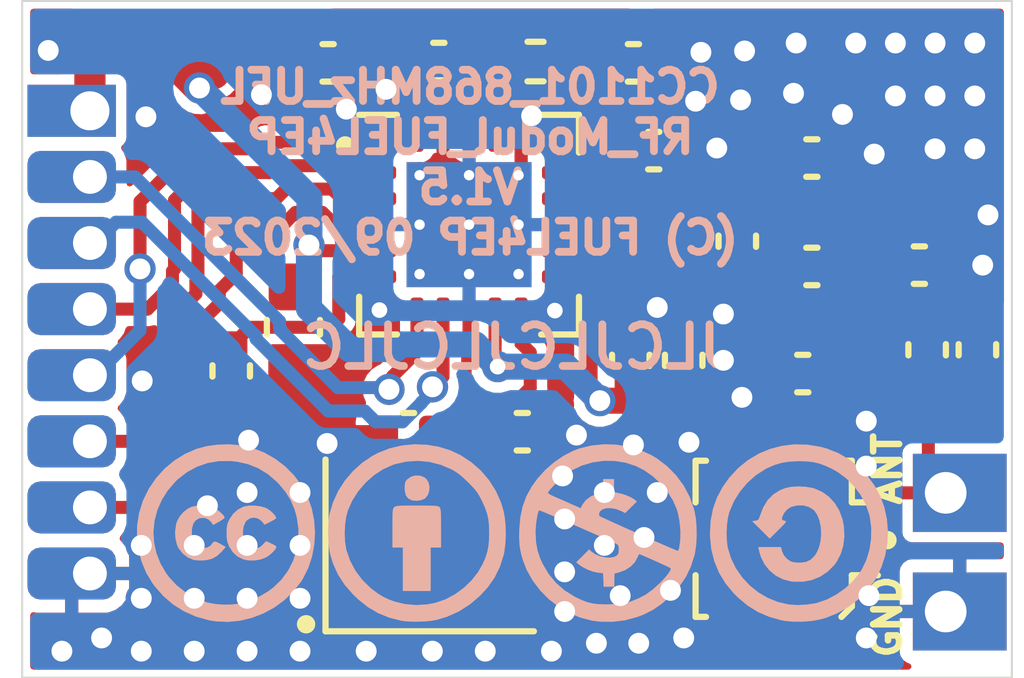
<source format=kicad_pcb>
(kicad_pcb (version 20211014) (generator pcbnew)
  (title_block (title "CC1101_868MHz_UFL_RF_Modul_FUEL4EP") (date "2023-09-28") (rev "1.5") (company "FUEL4EP"))
  (layers (0 "F.Cu" signal) (31 "B.Cu" signal) (34 "B.Paste" user) (35 "F.Paste" user) (36 "B.SilkS" user "B.Silkscreen") (37 "F.SilkS" user "F.Silkscreen") (38 "B.Mask" user) (39 "F.Mask" user) (44 "Edge.Cuts" user))
  (net 0 "")
  (net 1 "GND")
  (net 2 "Net-(C1-Pad1)")
  (net 3 "Net-(C2-Pad1)")
  (net 4 "Net-(C3-Pad2)")
  (net 5 "Net-(C4-Pad2)")
  (net 6 "Net-(C5-Pad2)")
  (net 7 "Net-(C6-Pad1)")
  (net 8 "Net-(C6-Pad2)")
  (net 9 "Net-(C7-Pad1)")
  (net 10 "Net-(C8-Pad2)")
  (net 11 "/SCK")
  (net 12 "/GDO0")
  (net 13 "/MOSI")
  (net 14 "/GDO2")
  (net 15 "Net-(C9-Pad2)")
  (net 16 "Net-(L1-Pad1)")
  (net 17 "Net-(L2-Pad1)")
  (net 18 "Net-(R1-Pad2)")
  (net 19 "/~{CS}")
  (net 20 "VDDA")
  (net 21 "Net-(C16-Pad1)")
  (net 22 "/MISO{slash}GDO1")
  (net 23 "/VDD")
  (footprint "Inductor_SMD:L_0402_1005Metric" (layer "F.Cu") (at 12.279 -8.8928)
    (fp_text reference "L1" hide)
    (fp_text value "12nH")
    (pad "1" smd roundrect (at -0.485 0) (size 0.59 0.64) (layers "F.Cu" "F.Paste" "F.Mask") (net 16 "Net-(L1-Pad1)"))
    (pad "2" smd roundrect (at 0.485 0) (size 0.59 0.64) (layers "F.Cu" "F.Paste" "F.Mask") (net 2 "Net-(C1-Pad1)"))
  )
  (footprint "Capacitor_SMD:C_0402_1005Metric" (layer "F.Cu") (at 7.9984 -11.8364 180)
    (fp_text reference "C14" hide)
    (fp_text value "100n")
    (pad "1" smd roundrect (at -0.48 0 180) (size 0.56 0.62) (layers "F.Cu" "F.Paste" "F.Mask") (net 20 "VDDA"))
    (pad "2" smd roundrect (at 0.48 0 180) (size 0.56 0.62) (layers "F.Cu" "F.Paste" "F.Mask") (net 1 "GND"))
  )
  (footprint "Inductor_SMD:L_0402_1005Metric" (layer "F.Cu") (at 17.8816 -4.8768 180)
    (fp_text reference "L7" hide)
    (fp_text value "3.3nH")
    (pad "1" smd roundrect (at -0.485 0 180) (size 0.59 0.64) (layers "F.Cu" "F.Paste" "F.Mask") (net 9 "Net-(C7-Pad1)"))
    (pad "2" smd roundrect (at 0.485 0 180) (size 0.59 0.64) (layers "F.Cu" "F.Paste" "F.Mask") (net 7 "Net-(C6-Pad1)"))
  )
  (footprint "Inductor_SMD:L_0402_1005Metric" (layer "F.Cu") (at 14.986 -6.858)
    (fp_text reference "L3" hide)
    (fp_text value "18nH")
    (pad "1" smd roundrect (at -0.485 0) (size 0.59 0.64) (layers "F.Cu" "F.Paste" "F.Mask") (net 3 "Net-(C2-Pad1)"))
    (pad "2" smd roundrect (at 0.485 0) (size 0.59 0.64) (layers "F.Cu" "F.Paste" "F.Mask") (net 4 "Net-(C3-Pad2)"))
  )
  (footprint "Inductor_SMD:L_0402_1005Metric" (layer "F.Cu") (at 12.279 -7.9028)
    (fp_text reference "L2" hide)
    (fp_text value "12nH")
    (pad "1" smd roundrect (at -0.485 0) (size 0.59 0.64) (layers "F.Cu" "F.Paste" "F.Mask") (net 17 "Net-(L2-Pad1)"))
    (pad "2" smd roundrect (at 0.485 0) (size 0.59 0.64) (layers "F.Cu" "F.Paste" "F.Mask") (net 3 "Net-(C2-Pad1)"))
  )
  (footprint "Capacitor_SMD:C_0402_1005Metric" (layer "F.Cu") (at 17.2242 -7.9252 180)
    (fp_text reference "C5" hide)
    (fp_text value "3.3pF")
    (pad "1" smd roundrect (at -0.48 0 180) (size 0.56 0.62) (layers "F.Cu" "F.Paste" "F.Mask") (net 1 "GND"))
    (pad "2" smd roundrect (at 0.48 0 180) (size 0.56 0.62) (layers "F.Cu" "F.Paste" "F.Mask") (net 6 "Net-(C5-Pad2)"))
  )
  (footprint "Capacitor_SMD:C_0402_1005Metric" (layer "F.Cu") (at 14.986 -5.842)
    (fp_text reference "C3" hide)
    (fp_text value "100pF")
    (pad "1" smd roundrect (at -0.48 0) (size 0.56 0.62) (layers "F.Cu" "F.Paste" "F.Mask") (net 1 "GND"))
    (pad "2" smd roundrect (at 0.48 0) (size 0.56 0.62) (layers "F.Cu" "F.Paste" "F.Mask") (net 4 "Net-(C3-Pad2)"))
  )
  (footprint "FUEL4EP:edge_hole_Pitch1.27mm_Drill0.75mm_rounded" (layer "F.Cu") (at 0 -5.81)
    (fp_text reference "JC5" hide)
    (fp_text value "Conn")
    (pad "1" thru_hole roundrect (at 1.3 0) (size 1.7 1) (drill 0.65 (offset -0.35 0)) (property pad_prop_castellated) (layers *.Cu *.Mask) (net 13 "/MOSI"))
  )
  (footprint "Inductor_SMD:L_0402_1005Metric" (layer "F.Cu") (at 16.4084 -6.5024 -90)
    (fp_text reference "L6" hide)
    (fp_text value "12nH")
    (pad "1" smd roundrect (at -0.485 0 270) (size 0.59 0.64) (layers "F.Cu" "F.Paste" "F.Mask") (net 6 "Net-(C5-Pad2)"))
    (pad "2" smd roundrect (at 0.485 0 270) (size 0.59 0.64) (layers "F.Cu" "F.Paste" "F.Mask") (net 8 "Net-(C6-Pad2)"))
  )
  (footprint "Capacitor_SMD:C_0402_1005Metric" (layer "F.Cu") (at 13.729 -8.3848 90)
    (fp_text reference "C2" hide)
    (fp_text value "1.0pF")
    (pad "1" smd roundrect (at -0.48 0 90) (size 0.56 0.62) (layers "F.Cu" "F.Paste" "F.Mask") (net 3 "Net-(C2-Pad1)"))
    (pad "2" smd roundrect (at 0.48 0 90) (size 0.56 0.62) (layers "F.Cu" "F.Paste" "F.Mask") (net 2 "Net-(C1-Pad1)"))
  )
  (footprint "FUEL4EP:edge_hole_Pitch2.28mm_Drill0.8mm" (layer "F.Cu") (at 19 -3.55 180)
    (fp_text reference "JA1" hide)
    (fp_text value "Ant.")
    (pad "1" thru_hole rect (at 1.27 0 180) (size 1.8 1.5) (drill 0.8 (offset -0.27 0)) (property pad_prop_castellated) (layers *.Cu *.Mask) (net 7 "Net-(C6-Pad1)"))
  )
  (footprint "FUEL4EP:edge_hole_Pitch1.27mm_Drill0.75mm_rounded" (layer "F.Cu") (at 0 -2)
    (fp_text reference "JC8" hide)
    (fp_text value "Conn")
    (pad "1" thru_hole roundrect (at 1.3 0) (size 1.7 1) (drill 0.65 (offset -0.35 0)) (property pad_prop_castellated) (layers *.Cu *.Mask) (net 1 "GND"))
  )
  (footprint "Capacitor_SMD:C_0402_1005Metric" (layer "F.Cu") (at 18.3388 -6.2992 90)
    (fp_text reference "C7" hide)
    (fp_text value "47pF")
    (pad "1" smd roundrect (at -0.48 0 90) (size 0.56 0.62) (layers "F.Cu" "F.Paste" "F.Mask") (net 9 "Net-(C7-Pad1)"))
    (pad "2" smd roundrect (at 0.48 0 90) (size 0.56 0.62) (layers "F.Cu" "F.Paste" "F.Mask") (net 8 "Net-(C6-Pad2)"))
  )
  (footprint "FUEL4EP:U.FL_Molex_MCRF_73412-0110_Vertical" (layer "F.Cu") (at 14.428 -2.667 90)
    (fp_text reference "JA3" hide)
    (fp_text value "U.FL connector")
    (pad "1" smd rect (at 0 1.5 90) (size 1 1) (layers "F.Cu" "F.Paste" "F.Mask") (net 7 "Net-(C6-Pad1)"))
    (pad "2" smd rect (at 0 -1.5 90) (size 1 1) (layers "F.Cu" "F.Paste" "F.Mask") (net 1 "GND"))
    (pad "2" smd rect (at -1.475 0 90) (size 1.05 2.2) (layers "F.Cu" "F.Paste" "F.Mask") (net 1 "GND"))
    (pad "2" smd rect (at 1.475 0 90) (size 1.05 2.2) (layers "F.Cu" "F.Paste" "F.Mask") (net 1 "GND"))
  )
  (footprint "Capacitor_SMD:C_0402_1005Metric" (layer "F.Cu") (at 4.0132 -5.8928 -90)
    (fp_text reference "C16" hide)
    (fp_text value "100n")
    (pad "1" smd roundrect (at -0.48 0 270) (size 0.56 0.62) (layers "F.Cu" "F.Paste" "F.Mask") (net 21 "Net-(C16-Pad1)"))
    (pad "2" smd roundrect (at 0.48 0 270) (size 0.56 0.62) (layers "F.Cu" "F.Paste" "F.Mask") (net 1 "GND"))
  )
  (footprint "Resistor_SMD:R_0402_1005Metric" (layer "F.Cu") (at 9.8552 -11.8364 180)
    (fp_text reference "R1" hide)
    (fp_text value "56k")
    (pad "1" smd roundrect (at -0.51 0 180) (size 0.54 0.64) (layers "F.Cu" "F.Paste" "F.Mask") (net 1 "GND"))
    (pad "2" smd roundrect (at 0.51 0 180) (size 0.54 0.64) (layers "F.Cu" "F.Paste" "F.Mask") (net 18 "Net-(R1-Pad2)"))
  )
  (footprint "Capacitor_SMD:C_0402_1005Metric" (layer "F.Cu") (at 11.684 -6.096 90)
    (fp_text reference "C15" hide)
    (fp_text value "100n")
    (pad "1" smd roundrect (at -0.48 0 90) (size 0.56 0.62) (layers "F.Cu" "F.Paste" "F.Mask") (net 20 "VDDA"))
    (pad "2" smd roundrect (at 0.48 0 90) (size 0.56 0.62) (layers "F.Cu" "F.Paste" "F.Mask") (net 1 "GND"))
  )
  (footprint "Capacitor_SMD:C_0402_1005Metric" (layer "F.Cu") (at 12.7 -6.096 90)
    (fp_text reference "C17" hide)
    (fp_text value "100n")
    (pad "1" smd roundrect (at -0.48 0 90) (size 0.56 0.62) (layers "F.Cu" "F.Paste" "F.Mask") (net 20 "VDDA"))
    (pad "2" smd roundrect (at 0.48 0 90) (size 0.56 0.62) (layers "F.Cu" "F.Paste" "F.Mask") (net 1 "GND"))
  )
  (footprint "FUEL4EP:edge_hole_Pitch2.28mm_Drill0.8mm" (layer "F.Cu") (at 19 -1.27 180)
    (fp_text reference "JA2" hide)
    (fp_text value "GND")
    (pad "1" thru_hole rect (at 1.27 0 180) (size 1.8 1.5) (drill 0.8 (offset -0.27 0)) (property pad_prop_castellated) (layers *.Cu *.Mask) (net 1 "GND"))
  )
  (footprint "Inductor_SMD:L_0402_1005Metric" (layer "F.Cu") (at 15.1806 -8.9666)
    (fp_text reference "L4" hide)
    (fp_text value "18nH")
    (pad "1" smd roundrect (at -0.485 0) (size 0.59 0.64) (layers "F.Cu" "F.Paste" "F.Mask") (net 2 "Net-(C1-Pad1)"))
    (pad "2" smd roundrect (at 0.485 0) (size 0.59 0.64) (layers "F.Cu" "F.Paste" "F.Mask") (net 5 "Net-(C4-Pad2)"))
  )
  (footprint "Crystal:Crystal_SMD_3225-4Pin_3.2x2.5mm" (layer "F.Cu") (at 7.8232 -2.54)
    (fp_text reference "Y1" hide)
    (fp_text value "Crystal  26MHz")
    (pad "1" smd rect (at -1.1 0.85) (size 1.4 1.2) (layers "F.Cu" "F.Paste" "F.Mask") (net 10 "Net-(C8-Pad2)"))
    (pad "2" smd rect (at 1.1 0.85) (size 1.4 1.2) (layers "F.Cu" "F.Paste" "F.Mask") (net 1 "GND"))
    (pad "3" smd rect (at 1.1 -0.85) (size 1.4 1.2) (layers "F.Cu" "F.Paste" "F.Mask") (net 15 "Net-(C9-Pad2)"))
    (pad "4" smd rect (at -1.1 -0.85) (size 1.4 1.2) (layers "F.Cu" "F.Paste" "F.Mask") (net 1 "GND"))
  )
  (footprint "FUEL4EP:CC-BY-ND-SA_bottom" (layer "F.Cu") (at 9.398 -2.794)
    (fp_text reference "LOGO1" hide)
    (fp_text value "Logo_Open_Hardware_Small" hide)
  )
  (footprint "Capacitor_SMD:C_0603_1608Metric" (layer "F.Cu") (at 5.207 -6.731 -90)
    (fp_text reference "C13" hide)
    (fp_text value "100n")
    (pad "1" smd roundrect (at -0.775 0 270) (size 0.9 0.95) (layers "F.Cu" "F.Paste" "F.Mask") (net 20 "VDDA"))
    (pad "2" smd roundrect (at 0.775 0 270) (size 0.9 0.95) (layers "F.Cu" "F.Paste" "F.Mask") (net 1 "GND"))
  )
  (footprint "Capacitor_SMD:C_0402_1005Metric" (layer "F.Cu") (at 5.873 -11.811)
    (fp_text reference "C10" hide)
    (fp_text value "4.7u")
    (pad "1" smd roundrect (at -0.48 0) (size 0.56 0.62) (layers "F.Cu" "F.Paste" "F.Mask") (net 20 "VDDA"))
    (pad "2" smd roundrect (at 0.48 0) (size 0.56 0.62) (layers "F.Cu" "F.Paste" "F.Mask") (net 1 "GND"))
  )
  (footprint "Capacitor_SMD:C_0402_1005Metric" (layer "F.Cu") (at 15.1606 -7.8998)
    (fp_text reference "C4" hide)
    (fp_text value "1.5pF")
    (pad "1" smd roundrect (at -0.48 0) (size 0.56 0.62) (layers "F.Cu" "F.Paste" "F.Mask") (net 3 "Net-(C2-Pad1)"))
    (pad "2" smd roundrect (at 0.48 0) (size 0.56 0.62) (layers "F.Cu" "F.Paste" "F.Mask") (net 5 "Net-(C4-Pad2)"))
  )
  (footprint "FUEL4EP:edge_hole_Pitch1.27mm_Drill0.75mm_rounded" (layer "F.Cu") (at 0 -4.54)
    (fp_text reference "JC6" hide)
    (fp_text value "Conn")
    (pad "1" thru_hole roundrect (at 1.3 0) (size 1.7 1) (drill 0.65 (offset -0.35 0)) (property pad_prop_castellated) (layers *.Cu *.Mask) (net 22 "/MISO{slash}GDO1"))
  )
  (footprint "Inductor_SMD:L_0402_1005Metric" (layer "F.Cu") (at 1.825 -12.275)
    (fp_text reference "FB1" hide)
    (fp_text value "FerriteBead")
    (pad "1" smd roundrect (at -0.485 0) (size 0.59 0.64) (layers "F.Cu" "F.Paste" "F.Mask") (net 23 "/VDD"))
    (pad "2" smd roundrect (at 0.485 0) (size 0.59 0.64) (layers "F.Cu" "F.Paste" "F.Mask") (net 20 "VDDA"))
  )
  (footprint "Capacitor_SMD:C_0402_1005Metric" (layer "F.Cu") (at 11.7348 -11.811 180)
    (fp_text reference "C12" hide)
    (fp_text value "100n")
    (pad "1" smd roundrect (at -0.48 0 180) (size 0.56 0.62) (layers "F.Cu" "F.Paste" "F.Mask") (net 20 "VDDA"))
    (pad "2" smd roundrect (at 0.48 0 180) (size 0.56 0.62) (layers "F.Cu" "F.Paste" "F.Mask") (net 1 "GND"))
  )
  (footprint "FUEL4EP:edge_hole_Pitch1.27mm_Drill0.75mm_rounded" (layer "F.Cu") (at 0 -8.35)
    (fp_text reference "JC3" hide)
    (fp_text value "Conn")
    (pad "1" thru_hole roundrect (at 1.3 0) (size 1.7 1) (drill 0.65 (offset -0.35 0)) (property pad_prop_castellated) (layers *.Cu *.Mask) (net 19 "/~{CS}"))
  )
  (footprint "FUEL4EP:edge_hole_Pitch1.27mm_Drill0.75mm_rounded" (layer "F.Cu") (at 0 -9.62)
    (fp_text reference "JC2" hide)
    (fp_text value "Conn")
    (pad "1" thru_hole roundrect (at 1.3 0) (size 1.7 1) (drill 0.65 (offset -0.35 0)) (property pad_prop_castellated) (layers *.Cu *.Mask) (net 12 "/GDO0"))
  )
  (footprint "FUEL4EP:edge_hole_Pitch1.27mm_Drill0.75mm" (layer "F.Cu") (at 0 -10.89)
    (fp_text reference "JC1" hide)
    (fp_text value "Conn")
    (pad "1" thru_hole rect (at 1.3 0) (size 1.7 1) (drill 0.75 (offset -0.35 0)) (property pad_prop_castellated) (layers *.Cu *.Mask) (net 23 "/VDD"))
  )
  (footprint "Inductor_SMD:L_0402_1005Metric" (layer "F.Cu") (at 17.2442 -8.9412)
    (fp_text reference "L5" hide)
    (fp_text value "12nH")
    (pad "1" smd roundrect (at -0.485 0) (size 0.59 0.64) (layers "F.Cu" "F.Paste" "F.Mask") (net 5 "Net-(C4-Pad2)"))
    (pad "2" smd roundrect (at 0.485 0) (size 0.59 0.64) (layers "F.Cu" "F.Paste" "F.Mask") (net 6 "Net-(C5-Pad2)"))
  )
  (footprint "Capacitor_SMD:C_0402_1005Metric" (layer "F.Cu") (at 12.125 -10.125)
    (fp_text reference "C11" hide)
    (fp_text value "100n")
    (pad "1" smd roundrect (at -0.48 0) (size 0.56 0.62) (layers "F.Cu" "F.Paste" "F.Mask") (net 20 "VDDA"))
    (pad "2" smd roundrect (at 0.48 0) (size 0.56 0.62) (layers "F.Cu" "F.Paste" "F.Mask") (net 1 "GND"))
  )
  (footprint "Capacitor_SMD:C_0402_1005Metric" (layer "F.Cu") (at 7.4168 -4.7244)
    (fp_text reference "C8" hide)
    (fp_text value "12p")
    (pad "1" smd roundrect (at -0.48 0) (size 0.56 0.62) (layers "F.Cu" "F.Paste" "F.Mask") (net 1 "GND"))
    (pad "2" smd roundrect (at 0.48 0) (size 0.56 0.62) (layers "F.Cu" "F.Paste" "F.Mask") (net 10 "Net-(C8-Pad2)"))
  )
  (footprint "Capacitor_SMD:C_0402_1005Metric" (layer "F.Cu") (at 15.1606 -9.9826)
    (fp_text reference "C1" hide)
    (fp_text value "1.5pF")
    (pad "1" smd roundrect (at -0.48 0) (size 0.56 0.62) (layers "F.Cu" "F.Paste" "F.Mask") (net 2 "Net-(C1-Pad1)"))
    (pad "2" smd roundrect (at 0.48 0) (size 0.56 0.62) (layers "F.Cu" "F.Paste" "F.Mask") (net 1 "GND"))
  )
  (footprint "Capacitor_SMD:C_0402_1005Metric" (layer "F.Cu") (at 17.3736 -6.2992 90)
    (fp_text reference "C6" hide)
    (fp_text value "12pF")
    (pad "1" smd roundrect (at -0.48 0 90) (size 0.56 0.62) (layers "F.Cu" "F.Paste" "F.Mask") (net 7 "Net-(C6-Pad1)"))
    (pad "2" smd roundrect (at 0.48 0 90) (size 0.56 0.62) (layers "F.Cu" "F.Paste" "F.Mask") (net 8 "Net-(C6-Pad2)"))
  )
  (footprint "Capacitor_SMD:C_0402_1005Metric" (layer "F.Cu") (at 9.6012 -4.7244 180)
    (fp_text reference "C9" hide)
    (fp_text value "15p")
    (pad "1" smd roundrect (at -0.48 0 180) (size 0.56 0.62) (layers "F.Cu" "F.Paste" "F.Mask") (net 1 "GND"))
    (pad "2" smd roundrect (at 0.48 0 180) (size 0.56 0.62) (layers "F.Cu" "F.Paste" "F.Mask") (net 15 "Net-(C9-Pad2)"))
  )
  (footprint "FUEL4EP:edge_hole_Pitch1.27mm_Drill0.75mm_rounded" (layer "F.Cu") (at 0 -7.08)
    (fp_text reference "JC4" hide)
    (fp_text value "Conn")
    (pad "1" thru_hole roundrect (at 1.3 0) (size 1.7 1) (drill 0.65 (offset -0.35 0)) (property pad_prop_castellated) (layers *.Cu *.Mask) (net 11 "/SCK"))
  )
  (footprint "Package_DFN_QFN:Texas_S-PVQFN-N20_EP2.4x2.4mm_ThermalVias" (layer "F.Cu") (at 8.579 -8.7028)
    (fp_text reference "U1" hide)
    (fp_text value "CC1101RGPR")
    (pad "1" smd roundrect (at -1.8875 -1) (size 0.975 0.25) (layers "F.Cu" "F.Paste" "F.Mask") (net 11 "/SCK"))
    (pad "2" smd roundrect (at -1.8875 -0.5) (size 0.975 0.25) (layers "F.Cu" "F.Paste" "F.Mask") (net 22 "/MISO{slash}GDO1"))
    (pad "3" smd roundrect (at -1.8875 0) (size 0.975 0.25) (layers "F.Cu" "F.Paste" "F.Mask") (net 14 "/GDO2"))
    (pad "4" smd roundrect (at -1.8875 0.5) (size 0.975 0.25) (layers "F.Cu" "F.Paste" "F.Mask") (net 20 "VDDA"))
    (pad "5" smd roundrect (at -1.8875 1) (size 0.975 0.25) (layers "F.Cu" "F.Paste" "F.Mask") (net 21 "Net-(C16-Pad1)"))
    (pad "6" smd roundrect (at -1 1.8875) (size 0.25 0.975) (layers "F.Cu" "F.Paste" "F.Mask") (net 12 "/GDO0"))
    (pad "7" smd roundrect (at -0.5 1.8875) (size 0.25 0.975) (layers "F.Cu" "F.Paste" "F.Mask") (net 19 "/~{CS}"))
    (pad "8" smd roundrect (at 0 1.8875) (size 0.25 0.975) (layers "F.Cu" "F.Paste" "F.Mask") (net 10 "Net-(C8-Pad2)"))
    (pad "9" smd roundrect (at 0.5 1.8875) (size 0.25 0.975) (layers "F.Cu" "F.Paste" "F.Mask") (net 20 "VDDA"))
    (pad "10" smd roundrect (at 1 1.8875) (size 0.25 0.975) (layers "F.Cu" "F.Paste" "F.Mask") (net 15 "Net-(C9-Pad2)"))
    (pad "11" smd roundrect (at 1.8875 1) (size 0.975 0.25) (layers "F.Cu" "F.Paste" "F.Mask") (net 20 "VDDA"))
    (pad "12" smd roundrect (at 1.8875 0.5) (size 0.975 0.25) (layers "F.Cu" "F.Paste" "F.Mask") (net 17 "Net-(L2-Pad1)"))
    (pad "13" smd roundrect (at 1.8875 0) (size 0.975 0.25) (layers "F.Cu" "F.Paste" "F.Mask") (net 16 "Net-(L1-Pad1)"))
    (pad "14" smd roundrect (at 1.8875 -0.5) (size 0.975 0.25) (layers "F.Cu" "F.Paste" "F.Mask") (net 20 "VDDA"))
    (pad "15" smd roundrect (at 1.8875 -1) (size 0.975 0.25) (layers "F.Cu" "F.Paste" "F.Mask") (net 20 "VDDA"))
    (pad "16" smd roundrect (at 1 -1.8875) (size 0.25 0.975) (layers "F.Cu" "F.Paste" "F.Mask") (net 1 "GND"))
    (pad "17" smd roundrect (at 0.5 -1.8875) (size 0.25 0.975) (layers "F.Cu" "F.Paste" "F.Mask") (net 18 "Net-(R1-Pad2)"))
    (pad "18" smd roundrect (at 0 -1.8875) (size 0.25 0.975) (layers "F.Cu" "F.Paste" "F.Mask") (net 20 "VDDA"))
    (pad "19" smd roundrect (at -0.5 -1.8875) (size 0.25 0.975) (layers "F.Cu" "F.Paste" "F.Mask") (net 1 "GND"))
    (pad "20" smd roundrect (at -1 -1.8875) (size 0.25 0.975) (layers "F.Cu" "F.Paste" "F.Mask") (net 13 "/MOSI"))
    (pad "21" thru_hole circle (at 0.95 -0.95) (size 0.5 0.5) (drill 0.2) (layers *.Cu) (net 1 "GND"))
    (pad "21" smd rect (at 0 0) (size 2.4 2.4) (layers "F.Cu" "F.Mask") (net 1 "GND"))
    (pad "21" thru_hole circle (at 0 0.95) (size 0.5 0.5) (drill 0.2) (layers *.Cu) (net 1 "GND"))
    (pad "21" thru_hole circle (at 0.95 0) (size 0.5 0.5) (drill 0.2) (layers *.Cu) (net 1 "GND"))
    (pad "21" thru_hole circle (at 0 -0.95) (size 0.5 0.5) (drill 0.2) (layers *.Cu) (net 1 "GND"))
    (pad "21" thru_hole circle (at 0.95 0.95) (size 0.5 0.5) (drill 0.2) (layers *.Cu) (net 1 "GND"))
    (pad "21" thru_hole circle (at 0 0) (size 0.5 0.5) (drill 0.2) (layers *.Cu) (net 1 "GND"))
    (pad "21" thru_hole circle (at -0.95 -0.95) (size 0.5 0.5) (drill 0.2) (layers *.Cu) (net 1 "GND"))
    (pad "21" thru_hole circle (at -0.95 0.95) (size 0.5 0.5) (drill 0.2) (layers *.Cu) (net 1 "GND"))
    (pad "21" smd rect (at 0 0) (size 2.4 2.4) (layers "B.Cu") (net 1 "GND"))
    (pad "21" thru_hole circle (at -0.95 0) (size 0.5 0.5) (drill 0.2) (layers *.Cu) (net 1 "GND"))
  )
  (footprint "FUEL4EP:edge_hole_Pitch1.27mm_Drill0.75mm_rounded" (layer "F.Cu") (at 0 -3.27)
    (fp_text reference "JC7" hide)
    (fp_text value "Conn")
    (pad "1" thru_hole roundrect (at 1.3 0) (size 1.7 1) (drill 0.65 (offset -0.35 0)) (property pad_prop_castellated) (layers *.Cu *.Mask) (net 14 "/GDO2"))
  )
  (gr_circle (center 16.6116 -2.6416) (end 16.7116 -2.6416) (layer "F.SilkS") (width 0.1524) (fill solid))
  (gr_circle (center 5.45 -1.025) (end 5.55 -1.025) (layer "F.SilkS") (width 0.1524) (fill solid))
  (gr_circle (center 6.2 -10.225) (end 6.3 -10.225) (layer "F.SilkS") (width 0.1524) (fill solid))
  (gr_line (start 0 0) (end 0 -13) (layer "Edge.Cuts") (width 0.0381))
  (gr_line (start 19 -13) (end 19 0) (layer "Edge.Cuts") (width 0.0381))
  (gr_line (start 0 -13) (end 19 -13) (layer "Edge.Cuts") (width 0.0381))
  (gr_line (start 0 0) (end 19 0) (layer "Edge.Cuts") (width 0.0381))
  (gr_text "JLCJLCJLCJLC" (at 9.5 -6.35) (layer "B.SilkS") (effects (font (size 0.8 0.8)) (justify mirror)))
  (gr_text "CC1101_868MHz_UFL\nRF_Modul_FUEL4EP\nV1.5\n(C) FUEL4EP 09/2023\n" (at 8.6 -9.9) (layer "B.SilkS") (effects (font (size 0.6 0.6)) (justify mirror)))
  (gr_text "ANT" (at 16.6116 -4.0132 90) (layer "F.SilkS") (effects (font (size 0.5 0.5) (thickness 0.125))))
  (gr_text "GND" (at 16.6116 -1.1684 90) (layer "F.SilkS") (effects (font (size 0.5 0.5) (thickness 0.125))))
  (segment (start 8.079 -9.799247) (end 8.225447 -9.6528) (width 0.25) (layer "F.Cu") (net 1))
  (segment (start 8.079 -10.5903) (end 8.079 -9.799247) (width 0.25) (layer "F.Cu") (net 1))
  (segment (start 9.579 -10.5903) (end 9.579 -9.7028) (width 0.25) (layer "F.Cu") (net 1))
  (segment (start 10.3906 -11.811) (end 10.3652 -11.8364) (width 0.6) (layer "F.Cu") (net 1))
  (segment (start 8.079 -11.268191) (end 7.5184 -11.828791) (width 0.25) (layer "F.Cu") (net 1))
  (segment (start 8.079 -10.5903) (end 8.079 -11.268191) (width 0.25) (layer "F.Cu") (net 1))
  (segment (start 10.3652 -11.8364) (end 10.3652 -11.3792) (width 0.6) (layer "F.Cu") (net 1))
  (segment (start 9.579 -10.593) (end 9.78 -10.794) (width 0.25) (layer "F.Cu") (net 1))
  (segment (start 11.2548 -11.811) (end 10.3906 -11.811) (width 0.6) (layer "F.Cu") (net 1))
  (segment (start 10.3652 -11.3792) (end 9.78 -10.794) (width 0.6) (layer "F.Cu") (net 1))
  (via (at 3.302 -1.524) (size 0.6) (drill 0.4) (layers "F.Cu" "B.Cu") (net 1))
  (via (at 3.302 -0.508) (size 0.6) (drill 0.4) (layers "F.Cu" "B.Cu") (net 1))
  (via (at 2.286 -1.524) (size 0.6) (drill 0.4) (layers "F.Cu" "B.Cu") (net 1))
  (via (at 2.286 -0.508) (size 0.6) (drill 0.4) (layers "F.Cu" "B.Cu") (net 1))
  (via (at 0.762 -0.508) (size 0.6) (drill 0.4) (layers "F.Cu" "B.Cu") (net 1))
  (via (at 11.938 -2.6924) (size 0.6) (drill 0.4) (layers "F.Cu" "B.Cu") (net 1))
  (via (at 0.5 -12.05) (size 0.6) (drill 0.4) (layers "F.Cu" "B.Cu") (net 1))
  (via (at 14.859 -12.192) (size 0.6) (drill 0.4) (layers "F.Cu" "B.Cu") (net 1))
  (via (at 3.302 -2.54) (size 0.6) (drill 0.4) (layers "F.Cu" "B.Cu") (net 1))
  (via (at 4.318 -1.524) (size 0.6) (drill 0.4) (layers "F.Cu" "B.Cu") (net 1))
  (via (at 6.604 -0.508) (size 0.6) (drill 0.4) (layers "F.Cu" "B.Cu") (net 1))
  (via (at 8.89 -0.508) (size 0.6) (drill 0.4) (layers "F.Cu" "B.Cu") (net 1))
  (via (at 18.288 -11.176) (size 0.6) (drill 0.4) (layers "F.Cu" "B.Cu") (net 1))
  (via (at 5.334 -1.524) (size 0.6) (drill 0.4) (layers "F.Cu" "B.Cu") (net 1))
  (via (at 6.985 -11.303) (size 0.6) (drill 0.4) (layers "F.Cu" "B.Cu") (net 1))
  (via (at 10.414 -3.048) (size 0.6) (drill 0.4) (layers "F.Cu" "B.Cu") (net 1))
  (via (at 18.542 -8.89) (size 0.6) (drill 0.4) (layers "F.Cu" "B.Cu") (net 1))
  (via (at 10.226239 -7.051239) (size 0.6) (drill 0.3) (layers "F.Cu" "B.Cu") (net 1))
  (via (at 11.176 -3.556) (size 0.6) (drill 0.4) (layers "F.Cu" "B.Cu") (net 1))
  (via (at 16.2052 -4.9276) (size 0.6) (drill 0.4) (layers "F.Cu" "B.Cu") (net 1))
  (via (at 5.854208 -4.498645) (size 0.6) (drill 0.4) (layers "F.Cu" "B.Cu") (net 1))
  (via (at 17.526 -11.176) (size 0.6) (drill 0.4) (layers "F.Cu" "B.Cu") (net 1))
  (via (at 4.318 -0.508) (size 0.6) (drill 0.4) (layers "F.Cu" "B.Cu") (net 1))
  (via (at 13.462 -6.985) (size 0.6) (drill 0.4) (layers "F.Cu" "B.Cu") (net 1))
  (via (at 12.192 -7.112) (size 0.6) (drill 0.4) (layers "F.Cu" "B.Cu") (net 1))
  (via (at 2.286 -2.54) (size 0.6) (drill 0.4) (layers "F.Cu" "B.Cu") (net 1))
  (via (at 16.3576 -10.0584) (size 0.6) (drill 0.4) (layers "F.Cu" "B.Cu") (net 1))
  (via (at 16.002 -12.192) (size 0.6) (drill 0.4) (layers "F.Cu" "B.Cu") (net 1))
  (via (at 5.334 -2.54) (size 0.6) (drill 0.4) (layers "F.Cu" "B.Cu") (net 1))
  (via (at 9.78 -10.794) (size 0.6) (drill 0.4) (layers "F.Cu" "B.Cu") (net 1))
  (via (at 11.0236 -0.6604) (size 0.6) (drill 0.4) (layers "F.Cu" "B.Cu") (net 1))
  (via (at 10.640848 -4.659587) (size 0.6) (drill 0.4) (layers "F.Cu" "B.Cu") (net 1))
  (via (at 16.764 -11.176) (size 0.6) (drill 0.4) (layers "F.Cu" "B.Cu") (net 1))
  (via (at 10.16 -0.508) (size 0.6) (drill 0.4) (layers "F.Cu" "B.Cu") (net 1))
  (via (at 4.318 -3.556) (size 0.6) (drill 0.4) (layers "F.Cu" "B.Cu") (net 1))
  (via (at 5.334 -3.556) (size 0.6) (drill 0.4) (layers "F.Cu" "B.Cu") (net 1))
  (via (at 18.4404 -7.9248) (size 0.6) (drill 0.4) (layers "F.Cu" "B.Cu") (net 1))
  (via (at 12.192 -3.556) (size 0.6) (drill 0.4) (layers "F.Cu" "B.Cu") (net 1))
  (via (at 11.8364 -0.6604) (size 0.6) (drill 0.4) (layers "F.Cu" "B.Cu") (net 1))
  (via (at 13.335 -10.175) (size 0.6) (drill 0.4) (layers "F.Cu" "B.Cu") (net 1))
  (via (at 12.446 -1.6764) (size 0.6) (drill 0.4) (layers "F.Cu" "B.Cu") (net 1))
  (via (at 3.556 -3.302) (size 0.6) (drill 0.4) (layers "F.Cu" "B.Cu") (net 1))
  (via (at 4.318 -2.54) (size 0.6) (drill 0.4) (layers "F.Cu" "B.Cu") (net 1))
  (via (at 14.8082 -11.2268) (size 0.6) (drill 0.4) (layers "F.Cu" "B.Cu") (net 1))
  (via (at 15.748 -10.8204) (size 0.6) (drill 0.4) (layers "F.Cu" "B.Cu") (net 1))
  (via (at 13.8176 -5.3848) (size 0.6) (drill 0.4) (layers "F.Cu" "B.Cu") (net 1))
  (via (at 17.526 -10.16) (size 0.6) (drill 0.4) (layers "F.Cu" "B.Cu") (net 1))
  (via (at 16.764 -12.192) (size 0.6) (drill 0.4) (layers "F.Cu" "B.Cu") (net 1))
  (via (at 5.334 -0.508) (size 0.6) (drill 0.4) (layers "F.Cu" "B.Cu") (net 1))
  (via (at 2.304199 -5.7) (size 0.6) (drill 0.4) (layers "F.Cu" "B.Cu") (net 1))
  (via (at 13.0302 -12.0142) (size 0.6) (drill 0.4) (layers "F.Cu" "B.Cu") (net 1))
  (via (at 18.288 -10.16) (size 0.6) (drill 0.4) (layers "F.Cu" "B.Cu") (net 1))
  (via (at 11.7348 -4.4704) (size 0.6) (drill 0.4) (layers "F.Cu" "B.Cu") (net 1))
  (via (at 12.7 -0.762) (size 0.6) (drill 0.4) (layers "F.Cu" "B.Cu") (net 1))
  (via (at 11.176 -2.54) (size 0.6) (drill 0.4) (layers "F.Cu" "B.Cu") (net 1))
  (via (at 13.7922 -11.0998) (size 0.6) (drill 0.4) (layers "F.Cu" "B.Cu") (net 1))
  (via (at 7.874 -0.508) (size 0.6) (drill 0.4) (layers "F.Cu" "B.Cu") (net 1))
  (via (at 6.223 -10.922) (size 0.6) (drill 0.4) (layers "F.Cu" "B.Cu") (net 1))
  (via (at 6.858 -7.0612) (size 0.6) (drill 0.3) (layers "F.Cu" "B.Cu") (net 1))
  (via (at 18.288 -12.192) (size 0.6) (drill 0.4) (layers "F.Cu" "B.Cu") (net 1))
  (via (at 4.346102 -4.561781) (size 0.6) (drill 0.4) (layers "F.Cu" "B.Cu") (net 1))
  (via (at 13.8684 -12.0396) (size 0.6) (drill 0.4) (layers "F.Cu" "B.Cu") (net 1))
  (via (at 10.414 -2.032) (size 0.6) (drill 0.4) (layers "F.Cu" "B.Cu") (net 1))
  (via (at 11.4808 -1.5748) (size 0.6) (drill 0.4) (layers "F.Cu" "B.Cu") (net 1))
  (via (at 13.462 -6.096) (size 0.6) (drill 0.4) (layers "F.Cu" "B.Cu") (net 1))
  (via (at 16.256 -1.5748) (size 0.6) (drill 0.4) (layers "F.Cu" "B.Cu") (net 1))
  (via (at 16.2052 -4.064) (size 0.6) (drill 0.4) (layers "F.Cu" "B.Cu") (net 1))
  (via (at 17.526 -12.192) (size 0.6) (drill 0.4) (layers "F.Cu" "B.Cu") (net 1))
  (via (at 16.2052 -0.762) (size 0.6) (drill 0.4) (layers "F.Cu" "B.Cu") (net 1))
  (via (at 1.524 -0.762) (size 0.6) (drill 0.4) (layers "F.Cu" "B.Cu") (net 1))
  (via (at 2.375 -10.775) (size 0.6) (drill 0.4) (layers "F.Cu" "B.Cu") (net 1))
  (via (at 4.592391 -11.199563) (size 0.6) (drill 0.4) (layers "F.Cu" "B.Cu") (net 1))
  (via (at 10.375 -3.875) (size 0.6) (drill 0.4) (layers "F.Cu" "B.Cu") (net 1))
  (via (at 12.9286 -11.0744) (size 0.6) (drill 0.4) (layers "F.Cu" "B.Cu") (net 1))
  (via (at 12.8016 -4.5212) (size 0.6) (drill 0.4) (layers "F.Cu" "B.Cu") (net 1))
  (via (at 10.414 -1.27) (size 0.6) (drill 0.4) (layers "F.Cu" "B.Cu") (net 1))
  (segment (start 13.729 -8.8648) (end 14.5938 -8.8648) (width 0.25) (layer "F.Cu") (net 2))
  (segment (start 12.764 -8.8928) (end 13.701 -8.8928) (width 0.25) (layer "F.Cu") (net 2))
  (segment (start 14.6956 -8.9666) (end 14.6956 -9.9676) (width 0.25) (layer "F.Cu") (net 2))
  (segment (start 14.6806 -7.8998) (end 14.6806 -6.7464) (width 0.25) (layer "F.Cu") (net 3))
  (segment (start 13.729 -7.9048) (end 14.6756 -7.9048) (width 0.25) (layer "F.Cu") (net 3))
  (segment (start 12.764 -7.9028) (end 13.727 -7.9028) (width 0.25) (layer "F.Cu") (net 3))
  (segment (start 15.6656 -6.7314) (end 15.6656 -5.6388) (width 0.25) (layer "F.Cu") (net 4))
  (segment (start 15.7738 -8.9504) (end 16.75 -8.9504) (width 0.25) (layer "F.Cu") (net 5))
  (segment (start 15.6406 -7.8998) (end 15.6406 -8.9416) (width 0.25) (layer "F.Cu") (net 5))
  (segment (start 16.4084 -7.5184) (end 16.4084 -6.835) (width 0.25) (layer "F.Cu") (net 6))
  (segment (start 16.7442 -7.8542) (end 16.4084 -7.5184) (width 0.25) (layer "F.Cu") (net 6))
  (segment (start 17.7292 -8.922984) (end 16.7442 -7.937984) (width 0.25) (layer "F.Cu") (net 6))
  (segment (start 17.3966 -4.8768) (end 17.3966 -3.8834) (width 0.25) (layer "F.Cu") (net 7))
  (segment (start 16.811 -3.55) (end 15.928 -2.667) (width 0.25) (layer "F.Cu") (net 7))
  (segment (start 17.73 -3.55) (end 16.811 -3.55) (width 0.25) (layer "F.Cu") (net 7))
  (segment (start 17.3736 -5.8192) (end 17.3736 -4.8998) (width 0.25) (layer "F.Cu") (net 7))
  (segment (start 17.3736 -6.7792) (end 16.9618 -6.3674) (width 0.25) (layer "F.Cu") (net 8))
  (segment (start 16.9618 -6.3674) (end 16.7584 -6.3674) (width 0.25) (layer "F.Cu") (net 8))
  (segment (start 18.3388 -6.7792) (end 17.3736 -6.7792) (width 0.25) (layer "F.Cu") (net 8))
  (segment (start 16.7584 -6.3674) (end 16.4084 -6.0174) (width 0.25) (layer "F.Cu") (net 8))
  (segment (start 18.3388 -5.8192) (end 18.3388 -4.9046) (width 0.25) (layer "F.Cu") (net 9))
  (segment (start 7.8486 -2.6154) (end 6.9232 -1.69) (width 0.2) (layer "F.Cu") (net 10))
  (segment (start 8.5852 -6.2992) (end 8.527872 -6.241872) (width 0.2) (layer "F.Cu") (net 10))
  (segment (start 7.988459 -4.8488) (end 8.219659 -5.08) (width 0.2) (layer "F.Cu") (net 10))
  (segment (start 8.527872 -6.241872) (end 8.527872 -5.378272) (width 0.2) (layer "F.Cu") (net 10))
  (segment (start 8.579 -6.8153) (end 8.579 -6.3054) (width 0.25) (layer "F.Cu") (net 10))
  (segment (start 8.579 -6.3054) (end 8.5852 -6.2992) (width 0.25) (layer "F.Cu") (net 10))
  (segment (start 8.219659 -5.08) (end 8.2296 -5.08) (width 0.2) (layer "F.Cu") (net 10))
  (segment (start 7.8486 -4.7778) (end 7.8486 -2.6154) (width 0.2) (layer "F.Cu") (net 10))
  (segment (start 8.2296 -5.08) (end 8.527872 -5.378272) (width 0.2) (layer "F.Cu") (net 10))
  (segment (start 6.269262 -9.7028) (end 6.136507 -9.835555) (width 0.25) (layer "F.Cu") (net 11))
  (segment (start 4.874397 -9.835555) (end 4.741642 -9.7028) (width 0.25) (layer "F.Cu") (net 11))
  (segment (start 6.6915 -9.7028) (end 6.269262 -9.7028) (width 0.25) (layer "F.Cu") (net 11))
  (segment (start 2.884998 -7.559978) (end 2.40502 -7.08) (width 0.25) (layer "F.Cu") (net 11))
  (segment (start 4.741642 -9.7028) (end 3.45302 -9.7028) (width 0.25) (layer "F.Cu") (net 11))
  (segment (start 2.9245 -9.17428) (end 2.9245 -7.849297) (width 0.25) (layer "F.Cu") (net 11))
  (segment (start 2.9245 -7.849297) (end 2.884998 -7.809795) (width 0.25) (layer "F.Cu") (net 11))
  (segment (start 3.45302 -9.7028) (end 2.9245 -9.17428) (width 0.25) (layer "F.Cu") (net 11))
  (segment (start 2.884998 -7.809795) (end 2.884998 -7.559978) (width 0.25) (layer "F.Cu") (net 11))
  (segment (start 6.136507 -9.835555) (end 4.874397 -9.835555) (width 0.25) (layer "F.Cu") (net 11))
  (segment (start 2.40502 -7.08) (end 1.4 -7.08) (width 0.25) (layer "F.Cu") (net 11))
  (segment (start 7.579 -6.2582) (end 7.114757 -5.793957) (width 0.25) (layer "F.Cu") (net 12))
  (segment (start 7.579 -6.8153) (end 7.579 -6.2582) (width 0.25) (layer "F.Cu") (net 12))
  (segment (start 7.114757 -5.793957) (end 7.114757 -5.634373) (width 0.25) (layer "F.Cu") (net 12))
  (via (at 7.041833 -5.53848) (size 0.6) (drill 0.4) (layers "F.Cu" "B.Cu") (net 12))
  (segment (start 2.165932 -9.62) (end 4.939781 -6.846151) (width 0.25) (layer "B.Cu") (net 12))
  (segment (start 6.061234 -5.572299) (end 7.043829 -5.572299) (width 0.25) (layer "B.Cu") (net 12))
  (segment (start 1.4 -9.62) (end 2.165932 -9.62) (width 0.25) (layer "B.Cu") (net 12))
  (segment (start 4.962699 -6.697707) (end 4.962699 -6.670833) (width 0.25) (layer "B.Cu") (net 12))
  (segment (start 4.939781 -6.720625) (end 4.962699 -6.697707) (width 0.25) (layer "B.Cu") (net 12))
  (segment (start 4.962699 -6.670833) (end 6.061234 -5.572299) (width 0.25) (layer "B.Cu") (net 12))
  (segment (start 4.939781 -6.846151) (end 4.939781 -6.720625) (width 0.25) (layer "B.Cu") (net 12))
  (segment (start 4.688208 -10.285056) (end 4.563152 -10.16) (width 0.25) (layer "F.Cu") (net 13))
  (segment (start 7.273756 -10.285056) (end 4.688208 -10.285056) (width 0.25) (layer "F.Cu") (net 13))
  (segment (start 2.261967 -9.147437) (end 2.261967 -7.852614) (width 0.25) (layer "F.Cu") (net 13))
  (segment (start 7.579 -10.5903) (end 7.273756 -10.285056) (width 0.25) (layer "F.Cu") (net 13))
  (segment (start 3.27453 -10.16) (end 2.261967 -9.147437) (width 0.25) (layer "F.Cu") (net 13))
  (segment (start 4.563152 -10.16) (end 3.27453 -10.16) (width 0.25) (layer "F.Cu") (net 13))
  (via (at 2.261967 -7.852614) (size 0.6) (drill 0.4) (layers "F.Cu" "B.Cu") (net 13))
  (segment (start 2.261967 -6.671967) (end 2.261967 -7.852614) (width 0.25) (layer "B.Cu") (net 13))
  (segment (start 1.4 -5.81) (end 2.261967 -6.671967) (width 0.25) (layer "B.Cu") (net 13))
  (segment (start 3.784 -7.1876) (end 3.784 -7.437417) (width 0.25) (layer "F.Cu") (net 14))
  (segment (start 2.254 -3.27) (end 3.3887 -4.4047) (width 0.25) (layer "F.Cu") (net 14))
  (segment (start 1.4 -3.27) (end 2.254 -3.27) (width 0.25) (layer "F.Cu") (net 14))
  (segment (start 6.641001 -8.753299) (end 6.6915 -8.7028) (width 0.25) (layer "F.Cu") (net 14))
  (segment (start 3.3887 -4.4047) (end 3.3782 -4.4152) (width 0.25) (layer "F.Cu") (net 14))
  (segment (start 5.764129 -8.936553) (end 5.947383 -8.753299) (width 0.25) (layer "F.Cu") (net 14))
  (segment (start 4.109499 -8.720308) (end 4.14249 -8.753299) (width 0.25) (layer "F.Cu") (net 14))
  (segment (start 4.109499 -7.762916) (end 4.109499 -8.720308) (width 0.25) (layer "F.Cu") (net 14))
  (segment (start 5.947383 -8.753299) (end 6.641001 -8.753299) (width 0.25) (layer "F.Cu") (net 14))
  (segment (start 5.246775 -8.936553) (end 5.764129 -8.936553) (width 0.25) (layer "F.Cu") (net 14))
  (segment (start 4.14249 -8.753299) (end 5.063521 -8.753299) (width 0.25) (layer "F.Cu") (net 14))
  (segment (start 3.784 -7.437417) (end 4.109499 -7.762916) (width 0.25) (layer "F.Cu") (net 14))
  (segment (start 3.3782 -6.7818) (end 3.784 -7.1876) (width 0.25) (layer "F.Cu") (net 14))
  (segment (start 5.063521 -8.753299) (end 5.246775 -8.936553) (width 0.25) (layer "F.Cu") (net 14))
  (segment (start 3.3782 -4.4152) (end 3.3782 -6.7818) (width 0.25) (layer "F.Cu") (net 14))
  (segment (start 9.579 -6.423) (end 9.579 -6.8153) (width 0.25) (layer "F.Cu") (net 15))
  (segment (start 9.1212 -4.7244) (end 9.1212 -3.588) (width 0.25) (layer "F.Cu") (net 15))
  (segment (start 9.7536 -5.567609) (end 9.1212 -4.935209) (width 0.25) (layer "F.Cu") (net 15))
  (segment (start 9.7536 -5.567609) (end 9.7536 -6.2484) (width 0.25) (layer "F.Cu") (net 15))
  (segment (start 9.7536 -6.2484) (end 9.579 -6.423) (width 0.25) (layer "F.Cu") (net 15))
  (segment (start 9.1212 -4.935209) (end 9.1212 -4.7244) (width 0.25) (layer "F.Cu") (net 15))
  (segment (start 10.4665 -8.7028) (end 11.604 -8.7028) (width 0.25) (layer "F.Cu") (net 16))
  (segment (start 11.604 -8.7028) (end 11.794 -8.8928) (width 0.25) (layer "F.Cu") (net 16))
  (segment (start 11.494 -8.2028) (end 11.794 -7.9028) (width 0.25) (layer "F.Cu") (net 17))
  (segment (start 10.4665 -8.2028) (end 11.494 -8.2028) (width 0.25) (layer "F.Cu") (net 17))
  (segment (start 9.079 -11.5702) (end 9.3452 -11.8364) (width 0.25) (layer "F.Cu") (net 18))
  (segment (start 9.079 -10.5903) (end 9.079 -11.5702) (width 0.25) (layer "F.Cu") (net 18))
  (segment (start 8.079 -5.787163) (end 7.927343 -5.635506) (width 0.25) (layer "F.Cu") (net 19))
  (segment (start 8.079 -6.8153) (end 8.079 -5.787163) (width 0.25) (layer "F.Cu") (net 19))
  (via (at 7.877108 -5.586478) (size 0.6) (drill 0.4) (layers "F.Cu" "B.Cu") (net 19))
  (segment (start 1.4 -8.35) (end 1.8 -8.75) (width 0.25) (layer "B.Cu") (net 19))
  (segment (start 2.298643 -8.75) (end 4.49028 -6.558363) (width 0.25) (layer "B.Cu") (net 19))
  (segment (start 7.30051 -4.91398) (end 7.666333 -5.279803) (width 0.25) (layer "B.Cu") (net 19))
  (segment (start 6.783156 -4.91398) (end 7.30051 -4.91398) (width 0.25) (layer "B.Cu") (net 19))
  (segment (start 4.49028 -6.558363) (end 4.49028 -6.507562) (width 0.25) (layer "B.Cu") (net 19))
  (segment (start 6.574338 -5.122798) (end 6.783156 -4.91398) (width 0.25) (layer "B.Cu") (net 19))
  (segment (start 4.49028 -6.507562) (end 5.875044 -5.122798) (width 0.25) (layer "B.Cu") (net 19))
  (segment (start 7.666333 -5.279803) (end 7.666333 -5.288773) (width 0.25) (layer "B.Cu") (net 19))
  (segment (start 7.666333 -5.288773) (end 7.927343 -5.549783) (width 0.25) (layer "B.Cu") (net 19))
  (segment (start 5.875044 -5.122798) (end 6.574338 -5.122798) (width 0.25) (layer "B.Cu") (net 19))
  (segment (start 1.8 -8.75) (end 2.298643 -8.75) (width 0.25) (layer "B.Cu") (net 19))
  (segment (start 11.645 -10.125) (end 11.645 -9.745) (width 0.25) (layer "F.Cu") (net 20))
  (segment (start 3.683 -11.938) (end 3.8382 -12.0932) (width 0.5) (layer "F.Cu") (net 20))
  (segment (start 11.629686 -11.0415) (end 11.087454 -11.0415) (width 0.5) (layer "F.Cu") (net 20))
  (segment (start 11.645 -9.745) (end 11.1028 -9.2028) (width 0.25) (layer "F.Cu") (net 20))
  (segment (start 12.2148 -11.995386) (end 11.603786 -12.6064) (width 0.5) (layer "F.Cu") (net 20))
  (segment (start 2.31 -12.275) (end 3.0158 -12.275) (width 0.6) (layer "F.Cu") (net 20))
  (segment (start 3.683 -11.6078) (end 3.683 -11.938) (width 0.5) (layer "F.Cu") (net 20))
  (segment (start 5.2112 -12.275) (end 5.393 -12.0932) (width 0.6) (layer "F.Cu") (net 20))
  (segment (start 5.978614 -12.581) (end 3.3218 -12.581) (width 0.5) (layer "F.Cu") (net 20))
  (segment (start 8.4784 -12.4662) (end 8.6186 -12.6064) (width 0.5) (layer "F.Cu") (net 20))
  (segment (start 12.2148 -11.811) (end 12.2148 -11.626614) (width 0.5) (layer "F.Cu") (net 20))
  (segment (start 11.67 -11.15) (end 11.67 -10.15) (width 0.25) (layer "F.Cu") (net 20))
  (segment (start 10.922 -5.488998) (end 11.089998 -5.321) (width 0.25) (layer "F.Cu") (net 20))
  (segment (start 2.31 -12.275) (end 2.457 -12.275) (width 0.6) (layer "F.Cu") (net 20))
  (segment (start 11.603786 -12.6064) (end 8.6186 -12.6064) (width 0.5) (layer "F.Cu") (net 20))
  (segment (start 8.4784 -11.8364) (end 8.4784 -12.4662) (width 0.5) (layer "F.Cu") (net 20))
  (segment (start 9.079 -6.8153) (end 9.079 -6.022849) (width 0.25) (layer "F.Cu") (net 20))
  (segment (start 10.922 -7.493) (end 10.922 -5.488998) (width 0.25) (layer "F.Cu") (net 20))
  (segment (start 12.2148 -11.811) (end 12.2148 -11.995386) (width 0.5) (layer "F.Cu") (net 20))
  (segment (start 12.2148 -11.626614) (end 11.629686 -11.0415) (width 0.5) (layer "F.Cu") (net 20))
  (segment (start 10.4665 -10.420546) (end 10.4665 -9.7028) (width 0.5) (layer "F.Cu") (net 20))
  (segment (start 5.393 -11.995386) (end 5.978614 -12.581) (width 0.5) (layer "F.Cu") (net 20))
  (segment (start 8.579 -10.5903) (end 8.579 -11.782) (width 0.2) (layer "F.Cu") (net 20))
  (segment (start 2.457 -12.275) (end 3.4036 -11.3284) (width 0.6) (layer "F.Cu") (net 20))
  (segment (start 9.079 -6.022849) (end 9.127372 -5.974477) (width 0.25) (layer "F.Cu") (net 20))
  (segment (start 8.6186 -12.6064) (end 6.004014 -12.6064) (width 0.5) (layer "F.Cu") (net 20))
  (segment (start 3.3218 -12.581) (end 3.0158 -12.275) (width 0.5) (layer "F.Cu") (net 20))
  (segment (start 3.0158 -12.275) (end 3.683 -11.6078) (width 0.6) (layer "F.Cu") (net 20))
  (segment (start 5.505452 -7.804452) (end 5.207 -7.506) (width 0.5) (layer "F.Cu") (net 20))
  (segment (start 5.393 -11.811) (end 5.393 -11.995386) (width 0.5) (layer "F.Cu") (net 20))
  (segment (start 10.7122 -7.7028) (end 10.922 -7.493) (width 0.25) (layer "F.Cu") (net 20))
  (segment (start 12.7 -5.321) (end 11.089998 -5.321) (width 0.5) (layer "F.Cu") (net 20))
  (segment (start 3.4036 -11.3284) (end 3.683 -11.6078) (width 0.5) (layer "F.Cu") (net 20))
  (segment (start 11.1028 -9.2028) (end 10.4665 -9.2028) (width 0.25) (layer "F.Cu") (net 20))
  (segment (start 11.087454 -11.0415) (end 10.4665 -10.420546) (width 0.5) (layer "F.Cu") (net 20))
  (segment (start 6.004014 -12.6064) (end 5.978614 -12.581) (width 0.5) (layer "F.Cu") (net 20))
  (segment (start 6.6915 -8.2028) (end 5.534403 -8.2028) (width 0.25) (layer "F.Cu") (net 20))
  (segment (start 3.8382 -12.0932) (end 5.393 -12.0932) (width 0.5) (layer "F.Cu") (net 20))
  (segment (start 5.505452 -8.312053) (end 5.505452 -7.804452) (width 0.5) (layer "F.Cu") (net 20))
  (segment (start 3.0158 -12.275) (end 5.2112 -12.275) (width 0.6) (layer "F.Cu") (net 20))
  (via (at 5.505452 -8.312053) (size 0.6) (drill 0.4) (layers "F.Cu" "B.Cu") (net 20))
  (via (at 3.4036 -11.3284) (size 0.6) (drill 0.4) (layers "F.Cu" "B.Cu") (net 20))
  (via (at 9.127372 -5.974477) (size 0.6) (drill 0.3) (layers "F.Cu" "B.Cu") (net 20))
  (via (at 11.089998 -5.321) (size 0.6) (drill 0.4) (layers "F.Cu" "B.Cu") (net 20))
  (segment (start 5.514282 -8.114709) (end 5.514282 -9.217718) (width 0.5) (layer "B.Cu") (net 20))
  (segment (start 10.436521 -5.974477) (end 11.089998 -5.321) (width 0.5) (layer "B.Cu") (net 20))
  (segment (start 9.127372 -5.974477) (end 10.436521 -5.974477) (width 0.5) (layer "B.Cu") (net 20))
  (segment (start 6.2872 -6.3112) (end 5.505452 -7.092948) (width 0.5) (layer "B.Cu") (net 20))
  (segment (start 9.127372 -5.974477) (end 8.701049 -6.4008) (width 0.5) (layer "B.Cu") (net 20))
  (segment (start 7.168661 -6.3112) (end 6.2872 -6.3112) (width 0.5) (layer "B.Cu") (net 20))
  (segment (start 8.701049 -6.4008) (end 7.258261 -6.4008) (width 0.5) (layer "B.Cu") (net 20))
  (segment (start 5.514282 -9.217718) (end 3.4036 -11.3284) (width 0.5) (layer "B.Cu") (net 20))
  (segment (start 5.505452 -7.092948) (end 5.505452 -8.312053) (width 0.5) (layer "B.Cu") (net 20))
  (segment (start 7.258261 -6.4008) (end 7.168661 -6.3112) (width 0.5) (layer "B.Cu") (net 20))
  (segment (start 6.0772 -6.89) (end 6.0772 -7.7028) (width 0.25) (layer "F.Cu") (net 21))
  (segment (start 6.0772 -6.89) (end 5.9182 -6.731) (width 0.25) (layer "F.Cu") (net 21))
  (segment (start 4.3714 -6.731) (end 4.0132 -6.3728) (width 0.25) (layer "F.Cu") (net 21))
  (segment (start 6.0772 -7.7028) (end 6.6915 -7.7028) (width 0.25) (layer "F.Cu") (net 21))
  (segment (start 5.9182 -6.731) (end 4.3714 -6.731) (width 0.25) (layer "F.Cu") (net 21))
  (segment (start 6.133572 -9.2028) (end 5.950318 -9.386054) (width 0.25) (layer "F.Cu") (net 22))
  (segment (start 5.060586 -9.386054) (end 4.877332 -9.2028) (width 0.25) (layer "F.Cu") (net 22))
  (segment (start 2.762 -4.54) (end 1.4 -4.54) (width 0.25) (layer "F.Cu") (net 22))
  (segment (start 5.950318 -9.386054) (end 5.060586 -9.386054) (width 0.25) (layer "F.Cu") (net 22))
  (segment (start 2.928699 -6.967989) (end 2.928699 -4.706699) (width 0.25) (layer "F.Cu") (net 22))
  (segment (start 3.374001 -8.988091) (end 3.374001 -7.663108) (width 0.25) (layer "F.Cu") (net 22))
  (segment (start 3.58871 -9.2028) (end 3.374001 -8.988091) (width 0.25) (layer "F.Cu") (net 22))
  (segment (start 6.6915 -9.2028) (end 6.133572 -9.2028) (width 0.25) (layer "F.Cu") (net 22))
  (segment (start 3.374001 -7.663108) (end 3.334499 -7.623606) (width 0.25) (layer "F.Cu") (net 22))
  (segment (start 4.877332 -9.2028) (end 3.58871 -9.2028) (width 0.25) (layer "F.Cu") (net 22))
  (segment (start 2.928699 -4.706699) (end 2.762 -4.54) (width 0.25) (layer "F.Cu") (net 22))
  (segment (start 3.334499 -7.623606) (end 3.334499 -7.373789) (width 0.25) (layer "F.Cu") (net 22))
  (segment (start 3.334499 -7.373789) (end 2.928699 -6.967989) (width 0.25) (layer "F.Cu") (net 22))
  (segment (start 1.3 -10.89) (end 1.3 -12.235) (width 0.6) (layer "F.Cu") (net 23))
  (segment (start 1.3 -12.235) (end 1.34 -12.275) (width 0.6) (layer "F.Cu") (net 23))
  (zone (net 1) (net_name "GND") (layer "F.Cu") (connect_pads yes (clearance 0)) (min_thickness 0.254) (fill yes (thermal_gap 0.508) (thermal_bridge_width 0.508))
    (polygon (pts (xy 10.5918 -5.1308) (xy 11.0744 -4.7244) (xy 11.0744 -4.1656) (xy 10.0838 -4.1656) (xy 10.0838 -5.3594) (xy 10.2362 -5.5372) (xy 10.5918 -5.5626)))
  )
  (zone (net 1) (net_name "GND") (layer "F.Cu") (connect_pads (clearance 0)) (min_thickness 0.127) (fill yes (thermal_gap 0.254) (thermal_bridge_width 0.254))
    (polygon (pts (xy 18.8468 -0.1524) (xy 0.1524 -0.1524) (xy 0.1524 -12.8524) (xy 18.8468 -12.8524)))
  )
  (zone (net 0) (net_name "") (layer "F.Cu") (connect_pads (clearance 0)) (min_thickness 0.254)
    (keepout (tracks allowed) (vias allowed) (pads allowed) (copperpour not_allowed) (footprints allowed))
    (fill (thermal_gap 0.508) (thermal_bridge_width 0.508))
    (polygon (pts (xy 9.9568 -2.3876) (xy 9.6774 -2.2098) (xy 9.6774 -4.3942) (xy 9.9568 -4.3942)))
  )
  (zone (net 1) (net_name "GND") (layer "F.Cu") (connect_pads yes (clearance 0)) (min_thickness 0.254) (fill yes (thermal_gap 0.508) (thermal_bridge_width 0.508))
    (polygon (pts (xy 6.096 -4.8768) (xy 4.0894 -4.8768) (xy 4.0894 -5.6896) (xy 4.5974 -5.6896) (xy 4.7244 -5.8166) (xy 4.7244 -6.3754) (xy 4.8514 -6.4262) (xy 6.096 -6.4262)))
  )
  (zone (net 0) (net_name "") (layer "F.Cu") (connect_pads (clearance 0)) (min_thickness 0.254)
    (keepout (tracks allowed) (vias allowed) (pads allowed) (copperpour not_allowed) (footprints allowed))
    (fill (thermal_gap 0.508) (thermal_bridge_width 0.508))
    (polygon (pts (xy 6.0198 -1.0668) (xy 7.493 -1.0414) (xy 7.5184 -2.0574) (xy 8.0772 -2.6162) (xy 8.2042 -2.6162) (xy 8.2296 -0.8382) (xy 5.7658 -0.8636) (xy 5.7658 -2.7686) (xy 6.0198 -2.7686)))
  )
  (zone (net 1) (net_name "GND") (layer "B.Cu") (connect_pads (clearance 0)) (min_thickness 0.254) (fill yes (thermal_gap 0.254) (thermal_bridge_width 0.254))
    (polygon (pts (xy 18.8468 -0.1524) (xy 0.1524 -0.1524) (xy 0.1524 -12.8524) (xy 18.8468 -12.8524)))
  )
)
</source>
